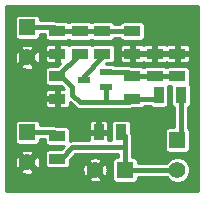
<source format=gtl>
G04 (created by PCBNEW-RS274X (2010-00-09 BZR 23xx)-stable) date 2010年12月20日 12時34分29秒*
G01*
G70*
G90*
%MOIN*%
G04 Gerber Fmt 3.4, Leading zero omitted, Abs format*
%FSLAX34Y34*%
G04 APERTURE LIST*
%ADD10C,0.006000*%
%ADD11R,0.055000X0.055000*%
%ADD12C,0.055000*%
%ADD13R,0.055000X0.035000*%
%ADD14R,0.035000X0.055000*%
%ADD15R,0.039400X0.023600*%
%ADD16C,0.017000*%
%ADD17C,0.010000*%
G04 APERTURE END LIST*
G54D10*
G54D11*
X89250Y-61500D03*
G54D12*
X88250Y-61500D03*
G54D11*
X86000Y-60250D03*
G54D12*
X86000Y-61250D03*
G54D11*
X86000Y-56750D03*
G54D12*
X86000Y-57750D03*
G54D11*
X91000Y-60500D03*
G54D12*
X91000Y-61500D03*
G54D13*
X87000Y-61125D03*
X87000Y-60375D03*
X90250Y-58375D03*
X90250Y-57625D03*
X88500Y-56875D03*
X88500Y-57625D03*
G54D14*
X90375Y-59000D03*
X91125Y-59000D03*
G54D13*
X87000Y-58375D03*
X87000Y-59125D03*
X87750Y-56875D03*
X87750Y-57625D03*
G54D14*
X89125Y-60250D03*
X88375Y-60250D03*
G54D13*
X91000Y-58375D03*
X91000Y-57625D03*
X89500Y-59125D03*
X89500Y-58375D03*
X89500Y-56875D03*
X89500Y-57625D03*
X87000Y-56875D03*
X87000Y-57625D03*
G54D15*
X88624Y-58244D03*
X88624Y-58756D03*
X87876Y-58500D03*
G54D16*
X88500Y-57625D02*
X88500Y-57750D01*
X87876Y-58374D02*
X87876Y-58500D01*
X88500Y-57750D02*
X87876Y-58374D01*
X91125Y-59000D02*
X91125Y-60375D01*
X91125Y-60375D02*
X91000Y-60500D01*
X87750Y-57625D02*
X87000Y-58375D01*
X89500Y-59125D02*
X90250Y-59125D01*
X90250Y-59125D02*
X90375Y-59000D01*
X88624Y-58756D02*
X88624Y-59250D01*
X88624Y-59250D02*
X88500Y-59250D01*
X87000Y-58375D02*
X87125Y-58375D01*
X89375Y-59250D02*
X89500Y-59125D01*
X87750Y-59250D02*
X88500Y-59250D01*
X88500Y-59250D02*
X89375Y-59250D01*
X87500Y-59000D02*
X87750Y-59250D01*
X87500Y-58750D02*
X87500Y-59000D01*
X87125Y-58375D02*
X87500Y-58750D01*
X90250Y-58375D02*
X91000Y-58375D01*
X89500Y-58375D02*
X90250Y-58375D01*
X88624Y-58244D02*
X89369Y-58244D01*
X89369Y-58244D02*
X89500Y-58375D01*
X87000Y-61125D02*
X87125Y-61125D01*
X87500Y-60750D02*
X89250Y-60750D01*
X87125Y-61125D02*
X87500Y-60750D01*
X89250Y-61500D02*
X89250Y-60750D01*
X89250Y-60750D02*
X89250Y-60375D01*
X89250Y-60375D02*
X89125Y-60250D01*
X91000Y-61500D02*
X89250Y-61500D01*
X88500Y-56875D02*
X89500Y-56875D01*
X87750Y-56875D02*
X88500Y-56875D01*
X87000Y-56875D02*
X87750Y-56875D01*
X86000Y-56750D02*
X86875Y-56750D01*
X86875Y-56750D02*
X87000Y-56875D01*
X86000Y-60250D02*
X86875Y-60250D01*
X86875Y-60250D02*
X87000Y-60375D01*
G54D17*
X85300Y-56050D02*
X91700Y-56050D01*
X85300Y-56130D02*
X91700Y-56130D01*
X85300Y-56210D02*
X91700Y-56210D01*
X85300Y-56290D02*
X91700Y-56290D01*
X85300Y-56370D02*
X85619Y-56370D01*
X86381Y-56370D02*
X91700Y-56370D01*
X85300Y-56450D02*
X85576Y-56450D01*
X86424Y-56450D02*
X91700Y-56450D01*
X85300Y-56530D02*
X85576Y-56530D01*
X86950Y-56530D02*
X91700Y-56530D01*
X85300Y-56610D02*
X85576Y-56610D01*
X88896Y-56610D02*
X89104Y-56610D01*
X89896Y-56610D02*
X91700Y-56610D01*
X85300Y-56690D02*
X85576Y-56690D01*
X89924Y-56690D02*
X91700Y-56690D01*
X85300Y-56770D02*
X85576Y-56770D01*
X89924Y-56770D02*
X91700Y-56770D01*
X85300Y-56850D02*
X85576Y-56850D01*
X89924Y-56850D02*
X91700Y-56850D01*
X85300Y-56930D02*
X85576Y-56930D01*
X89924Y-56930D02*
X91700Y-56930D01*
X85300Y-57010D02*
X85576Y-57010D01*
X86424Y-57010D02*
X86576Y-57010D01*
X89924Y-57010D02*
X91700Y-57010D01*
X85300Y-57090D02*
X85590Y-57090D01*
X86409Y-57090D02*
X86580Y-57090D01*
X89919Y-57090D02*
X91700Y-57090D01*
X85300Y-57170D02*
X85686Y-57170D01*
X86314Y-57170D02*
X86634Y-57170D01*
X87365Y-57170D02*
X87384Y-57170D01*
X88115Y-57170D02*
X88134Y-57170D01*
X88866Y-57170D02*
X89134Y-57170D01*
X89866Y-57170D02*
X91700Y-57170D01*
X85300Y-57250D02*
X91700Y-57250D01*
X85300Y-57330D02*
X86025Y-57330D01*
X86057Y-57330D02*
X86634Y-57330D01*
X86943Y-57330D02*
X87057Y-57330D01*
X87366Y-57330D02*
X87384Y-57330D01*
X88116Y-57330D02*
X88134Y-57330D01*
X88866Y-57330D02*
X89134Y-57330D01*
X89443Y-57330D02*
X89557Y-57330D01*
X89866Y-57330D02*
X89884Y-57330D01*
X90193Y-57330D02*
X90307Y-57330D01*
X90616Y-57330D02*
X90634Y-57330D01*
X90943Y-57330D02*
X91057Y-57330D01*
X91366Y-57330D02*
X91700Y-57330D01*
X85300Y-57410D02*
X85779Y-57410D01*
X86222Y-57410D02*
X86581Y-57410D01*
X86950Y-57410D02*
X87050Y-57410D01*
X88920Y-57410D02*
X89081Y-57410D01*
X89450Y-57410D02*
X89550Y-57410D01*
X90200Y-57410D02*
X90300Y-57410D01*
X90950Y-57410D02*
X91050Y-57410D01*
X91420Y-57410D02*
X91700Y-57410D01*
X85300Y-57490D02*
X85811Y-57490D01*
X86189Y-57490D02*
X86576Y-57490D01*
X86950Y-57490D02*
X87050Y-57490D01*
X88924Y-57490D02*
X89076Y-57490D01*
X89450Y-57490D02*
X89550Y-57490D01*
X90200Y-57490D02*
X90300Y-57490D01*
X90950Y-57490D02*
X91050Y-57490D01*
X91425Y-57490D02*
X91700Y-57490D01*
X85300Y-57570D02*
X85620Y-57570D01*
X85749Y-57570D02*
X85891Y-57570D01*
X86109Y-57570D02*
X86251Y-57570D01*
X86383Y-57570D02*
X86607Y-57570D01*
X86950Y-57570D02*
X87050Y-57570D01*
X88924Y-57570D02*
X89107Y-57570D01*
X89450Y-57570D02*
X89550Y-57570D01*
X90200Y-57570D02*
X90300Y-57570D01*
X90950Y-57570D02*
X91050Y-57570D01*
X91393Y-57570D02*
X91700Y-57570D01*
X85300Y-57650D02*
X85595Y-57650D01*
X85829Y-57650D02*
X85971Y-57650D01*
X86029Y-57650D02*
X86171Y-57650D01*
X86411Y-57650D02*
X87050Y-57650D01*
X88924Y-57650D02*
X91700Y-57650D01*
X85300Y-57730D02*
X85580Y-57730D01*
X85909Y-57730D02*
X86091Y-57730D01*
X86417Y-57730D02*
X86575Y-57730D01*
X86950Y-57730D02*
X87050Y-57730D01*
X88924Y-57730D02*
X89075Y-57730D01*
X89450Y-57730D02*
X89550Y-57730D01*
X90200Y-57730D02*
X90300Y-57730D01*
X90950Y-57730D02*
X91050Y-57730D01*
X91424Y-57730D02*
X91700Y-57730D01*
X85300Y-57810D02*
X85586Y-57810D01*
X85869Y-57810D02*
X86131Y-57810D01*
X86418Y-57810D02*
X86575Y-57810D01*
X86950Y-57810D02*
X87050Y-57810D01*
X88924Y-57810D02*
X89075Y-57810D01*
X89450Y-57810D02*
X89550Y-57810D01*
X90200Y-57810D02*
X90300Y-57810D01*
X90950Y-57810D02*
X91050Y-57810D01*
X91424Y-57810D02*
X91700Y-57810D01*
X85300Y-57890D02*
X85601Y-57890D01*
X85789Y-57890D02*
X85931Y-57890D01*
X86069Y-57890D02*
X86211Y-57890D01*
X86392Y-57890D02*
X86604Y-57890D01*
X86950Y-57890D02*
X87050Y-57890D01*
X88896Y-57890D02*
X89104Y-57890D01*
X89450Y-57890D02*
X89550Y-57890D01*
X90200Y-57890D02*
X90300Y-57890D01*
X90950Y-57890D02*
X91050Y-57890D01*
X91396Y-57890D02*
X91700Y-57890D01*
X85300Y-57970D02*
X85656Y-57970D01*
X85709Y-57970D02*
X85851Y-57970D01*
X86149Y-57970D02*
X86291Y-57970D01*
X86343Y-57970D02*
X87072Y-57970D01*
X88612Y-57970D02*
X91700Y-57970D01*
X85300Y-58050D02*
X85771Y-58050D01*
X86229Y-58050D02*
X86992Y-58050D01*
X89493Y-58050D02*
X91700Y-58050D01*
X85300Y-58130D02*
X85819Y-58130D01*
X86185Y-58130D02*
X86593Y-58130D01*
X91408Y-58130D02*
X91700Y-58130D01*
X85300Y-58210D02*
X86576Y-58210D01*
X91424Y-58210D02*
X91700Y-58210D01*
X85300Y-58290D02*
X86576Y-58290D01*
X91424Y-58290D02*
X91700Y-58290D01*
X85300Y-58370D02*
X86576Y-58370D01*
X91424Y-58370D02*
X91700Y-58370D01*
X85300Y-58450D02*
X86576Y-58450D01*
X91424Y-58450D02*
X91700Y-58450D01*
X85300Y-58530D02*
X86576Y-58530D01*
X91424Y-58530D02*
X91700Y-58530D01*
X85300Y-58610D02*
X86588Y-58610D01*
X91411Y-58610D02*
X91700Y-58610D01*
X85300Y-58690D02*
X86673Y-58690D01*
X91447Y-58690D02*
X91700Y-58690D01*
X85300Y-58770D02*
X87187Y-58770D01*
X90699Y-58770D02*
X90801Y-58770D01*
X91449Y-58770D02*
X91700Y-58770D01*
X85300Y-58850D02*
X86614Y-58850D01*
X86950Y-58850D02*
X87050Y-58850D01*
X90699Y-58850D02*
X90801Y-58850D01*
X91449Y-58850D02*
X91700Y-58850D01*
X85300Y-58930D02*
X86576Y-58930D01*
X86950Y-58930D02*
X87050Y-58930D01*
X90699Y-58930D02*
X90801Y-58930D01*
X91449Y-58930D02*
X91700Y-58930D01*
X85300Y-59010D02*
X86576Y-59010D01*
X86950Y-59010D02*
X87050Y-59010D01*
X90699Y-59010D02*
X90801Y-59010D01*
X91449Y-59010D02*
X91700Y-59010D01*
X85300Y-59090D02*
X87050Y-59090D01*
X90699Y-59090D02*
X90801Y-59090D01*
X91449Y-59090D02*
X91700Y-59090D01*
X85300Y-59170D02*
X87050Y-59170D01*
X90699Y-59170D02*
X90801Y-59170D01*
X91449Y-59170D02*
X91700Y-59170D01*
X85300Y-59250D02*
X86575Y-59250D01*
X86950Y-59250D02*
X87050Y-59250D01*
X90699Y-59250D02*
X90801Y-59250D01*
X91449Y-59250D02*
X91700Y-59250D01*
X85300Y-59330D02*
X86576Y-59330D01*
X86950Y-59330D02*
X87050Y-59330D01*
X87424Y-59330D02*
X87497Y-59330D01*
X90688Y-59330D02*
X90811Y-59330D01*
X91438Y-59330D02*
X91700Y-59330D01*
X85300Y-59410D02*
X86624Y-59410D01*
X86950Y-59410D02*
X87050Y-59410D01*
X87376Y-59410D02*
X87577Y-59410D01*
X89876Y-59410D02*
X90136Y-59410D01*
X90613Y-59410D02*
X90887Y-59410D01*
X91362Y-59410D02*
X91700Y-59410D01*
X85300Y-59490D02*
X90890Y-59490D01*
X91360Y-59490D02*
X91700Y-59490D01*
X85300Y-59570D02*
X90890Y-59570D01*
X91360Y-59570D02*
X91700Y-59570D01*
X85300Y-59650D02*
X90890Y-59650D01*
X91360Y-59650D02*
X91700Y-59650D01*
X85300Y-59730D02*
X90890Y-59730D01*
X91360Y-59730D02*
X91700Y-59730D01*
X85300Y-59810D02*
X90890Y-59810D01*
X91360Y-59810D02*
X91700Y-59810D01*
X85300Y-59890D02*
X85599Y-59890D01*
X86401Y-59890D02*
X88074Y-59890D01*
X88325Y-59890D02*
X88425Y-59890D01*
X88676Y-59890D02*
X88824Y-59890D01*
X89426Y-59890D02*
X90890Y-59890D01*
X91360Y-59890D02*
X91700Y-59890D01*
X85300Y-59970D02*
X85576Y-59970D01*
X86424Y-59970D02*
X88051Y-59970D01*
X88325Y-59970D02*
X88425Y-59970D01*
X88699Y-59970D02*
X88801Y-59970D01*
X89449Y-59970D02*
X90890Y-59970D01*
X91360Y-59970D02*
X91700Y-59970D01*
X85300Y-60050D02*
X85576Y-60050D01*
X86990Y-60050D02*
X88051Y-60050D01*
X88325Y-60050D02*
X88425Y-60050D01*
X88700Y-60050D02*
X88801Y-60050D01*
X89449Y-60050D02*
X90890Y-60050D01*
X91360Y-60050D02*
X91700Y-60050D01*
X85300Y-60130D02*
X85576Y-60130D01*
X87408Y-60130D02*
X88051Y-60130D01*
X88325Y-60130D02*
X88425Y-60130D01*
X88700Y-60130D02*
X88801Y-60130D01*
X89449Y-60130D02*
X90609Y-60130D01*
X91391Y-60130D02*
X91700Y-60130D01*
X85300Y-60210D02*
X85576Y-60210D01*
X87424Y-60210D02*
X88801Y-60210D01*
X89449Y-60210D02*
X90576Y-60210D01*
X91424Y-60210D02*
X91700Y-60210D01*
X85300Y-60290D02*
X85576Y-60290D01*
X87424Y-60290D02*
X88801Y-60290D01*
X89468Y-60290D02*
X90576Y-60290D01*
X91424Y-60290D02*
X91700Y-60290D01*
X85300Y-60370D02*
X85576Y-60370D01*
X87424Y-60370D02*
X88050Y-60370D01*
X88699Y-60370D02*
X88801Y-60370D01*
X89484Y-60370D02*
X90576Y-60370D01*
X91424Y-60370D02*
X91700Y-60370D01*
X85300Y-60450D02*
X85576Y-60450D01*
X87424Y-60450D02*
X88050Y-60450D01*
X88699Y-60450D02*
X88801Y-60450D01*
X89485Y-60450D02*
X90576Y-60450D01*
X91424Y-60450D02*
X91700Y-60450D01*
X85300Y-60530D02*
X85576Y-60530D01*
X86424Y-60530D02*
X86576Y-60530D01*
X89485Y-60530D02*
X90576Y-60530D01*
X91424Y-60530D02*
X91700Y-60530D01*
X85300Y-60610D02*
X85599Y-60610D01*
X86401Y-60610D02*
X86588Y-60610D01*
X89485Y-60610D02*
X90576Y-60610D01*
X91424Y-60610D02*
X91700Y-60610D01*
X85300Y-60690D02*
X86673Y-60690D01*
X89485Y-60690D02*
X90576Y-60690D01*
X91424Y-60690D02*
X91700Y-60690D01*
X85300Y-60770D02*
X87147Y-60770D01*
X89485Y-60770D02*
X90576Y-60770D01*
X91424Y-60770D02*
X91700Y-60770D01*
X85300Y-60850D02*
X85863Y-60850D01*
X86119Y-60850D02*
X86614Y-60850D01*
X89485Y-60850D02*
X90594Y-60850D01*
X91405Y-60850D02*
X91700Y-60850D01*
X85300Y-60930D02*
X85770Y-60930D01*
X86231Y-60930D02*
X86576Y-60930D01*
X89485Y-60930D02*
X91700Y-60930D01*
X85300Y-61010D02*
X85831Y-61010D01*
X86169Y-61010D02*
X86576Y-61010D01*
X87572Y-61010D02*
X89015Y-61010D01*
X89485Y-61010D02*
X91700Y-61010D01*
X85300Y-61090D02*
X85614Y-61090D01*
X85769Y-61090D02*
X85911Y-61090D01*
X86089Y-61090D02*
X86231Y-61090D01*
X86391Y-61090D02*
X86576Y-61090D01*
X87492Y-61090D02*
X88148Y-61090D01*
X88338Y-61090D02*
X88912Y-61090D01*
X89589Y-61090D02*
X90880Y-61090D01*
X91121Y-61090D02*
X91700Y-61090D01*
X85300Y-61170D02*
X85588Y-61170D01*
X85849Y-61170D02*
X85991Y-61170D01*
X86009Y-61170D02*
X86151Y-61170D01*
X86412Y-61170D02*
X86576Y-61170D01*
X87424Y-61170D02*
X88025Y-61170D01*
X88476Y-61170D02*
X88837Y-61170D01*
X89664Y-61170D02*
X90729Y-61170D01*
X91271Y-61170D02*
X91700Y-61170D01*
X85300Y-61250D02*
X85581Y-61250D01*
X85929Y-61250D02*
X86071Y-61250D01*
X86419Y-61250D02*
X86576Y-61250D01*
X87424Y-61250D02*
X88071Y-61250D01*
X88429Y-61250D02*
X88826Y-61250D01*
X89674Y-61250D02*
X90649Y-61250D01*
X91351Y-61250D02*
X91700Y-61250D01*
X85300Y-61330D02*
X85588Y-61330D01*
X85849Y-61330D02*
X85991Y-61330D01*
X86009Y-61330D02*
X86151Y-61330D01*
X86412Y-61330D02*
X86576Y-61330D01*
X87423Y-61330D02*
X87867Y-61330D01*
X88009Y-61330D02*
X88151Y-61330D01*
X88349Y-61330D02*
X88491Y-61330D01*
X88637Y-61330D02*
X88826Y-61330D01*
X91390Y-61330D02*
X91700Y-61330D01*
X85300Y-61410D02*
X85609Y-61410D01*
X85769Y-61410D02*
X85911Y-61410D01*
X86089Y-61410D02*
X86231Y-61410D01*
X86386Y-61410D02*
X86624Y-61410D01*
X87376Y-61410D02*
X87841Y-61410D01*
X88089Y-61410D02*
X88231Y-61410D01*
X88269Y-61410D02*
X88411Y-61410D01*
X88661Y-61410D02*
X88826Y-61410D01*
X91423Y-61410D02*
X91700Y-61410D01*
X85300Y-61490D02*
X85831Y-61490D01*
X86169Y-61490D02*
X87831Y-61490D01*
X88169Y-61490D02*
X88331Y-61490D01*
X88668Y-61490D02*
X88826Y-61490D01*
X91425Y-61490D02*
X91700Y-61490D01*
X85300Y-61570D02*
X85769Y-61570D01*
X86230Y-61570D02*
X87837Y-61570D01*
X88109Y-61570D02*
X88391Y-61570D01*
X88665Y-61570D02*
X88826Y-61570D01*
X91425Y-61570D02*
X91700Y-61570D01*
X85300Y-61650D02*
X85881Y-61650D01*
X86137Y-61650D02*
X87855Y-61650D01*
X88029Y-61650D02*
X88171Y-61650D01*
X88329Y-61650D02*
X88471Y-61650D01*
X88639Y-61650D02*
X88826Y-61650D01*
X91397Y-61650D02*
X91700Y-61650D01*
X85300Y-61730D02*
X87929Y-61730D01*
X87949Y-61730D02*
X88091Y-61730D01*
X88409Y-61730D02*
X88551Y-61730D01*
X88570Y-61730D02*
X88826Y-61730D01*
X91364Y-61730D02*
X91700Y-61730D01*
X85300Y-61810D02*
X88015Y-61810D01*
X88484Y-61810D02*
X88828Y-61810D01*
X89671Y-61810D02*
X90709Y-61810D01*
X91291Y-61810D02*
X91700Y-61810D01*
X85300Y-61890D02*
X88100Y-61890D01*
X88411Y-61890D02*
X88879Y-61890D01*
X89621Y-61890D02*
X90831Y-61890D01*
X91169Y-61890D02*
X91700Y-61890D01*
X85300Y-61970D02*
X91700Y-61970D01*
X85300Y-62050D02*
X91700Y-62050D01*
X85300Y-62130D02*
X91700Y-62130D01*
X91700Y-62200D02*
X91700Y-56050D01*
X85300Y-56050D01*
X85300Y-62200D01*
X85693Y-62200D01*
X85693Y-61486D01*
X85629Y-61458D01*
X85591Y-61365D01*
X85578Y-61200D01*
X85629Y-61042D01*
X85693Y-61014D01*
X85929Y-61250D01*
X85693Y-61486D01*
X85693Y-62200D01*
X85950Y-62200D01*
X85950Y-61672D01*
X85792Y-61621D01*
X85764Y-61557D01*
X86000Y-61321D01*
X86000Y-61179D01*
X85764Y-60943D01*
X85792Y-60879D01*
X85885Y-60841D01*
X86050Y-60828D01*
X86208Y-60879D01*
X86236Y-60943D01*
X86000Y-61179D01*
X86000Y-61321D01*
X86236Y-61557D01*
X86208Y-61621D01*
X86115Y-61659D01*
X85950Y-61672D01*
X85950Y-62200D01*
X86307Y-62200D01*
X86307Y-61486D01*
X86071Y-61250D01*
X86307Y-61014D01*
X86371Y-61042D01*
X86409Y-61135D01*
X86422Y-61300D01*
X86371Y-61458D01*
X86307Y-61486D01*
X86307Y-62200D01*
X87943Y-62200D01*
X87943Y-61736D01*
X87879Y-61708D01*
X87841Y-61615D01*
X87828Y-61450D01*
X87879Y-61292D01*
X87943Y-61264D01*
X88179Y-61500D01*
X87943Y-61736D01*
X87943Y-62200D01*
X88200Y-62200D01*
X88200Y-61922D01*
X88042Y-61871D01*
X88014Y-61807D01*
X88250Y-61571D01*
X88250Y-61429D01*
X88014Y-61193D01*
X88042Y-61129D01*
X88135Y-61091D01*
X88300Y-61078D01*
X88458Y-61129D01*
X88486Y-61193D01*
X88250Y-61429D01*
X88250Y-61571D01*
X88486Y-61807D01*
X88458Y-61871D01*
X88365Y-61909D01*
X88200Y-61922D01*
X88200Y-62200D01*
X88557Y-62200D01*
X88557Y-61736D01*
X88321Y-61500D01*
X88557Y-61264D01*
X88621Y-61292D01*
X88659Y-61385D01*
X88672Y-61550D01*
X88621Y-61708D01*
X88557Y-61736D01*
X88557Y-62200D01*
X90915Y-62200D01*
X90915Y-61925D01*
X90759Y-61860D01*
X90639Y-61740D01*
X90636Y-61735D01*
X89674Y-61735D01*
X89674Y-61804D01*
X89652Y-61859D01*
X89610Y-61901D01*
X89555Y-61924D01*
X88946Y-61924D01*
X88891Y-61902D01*
X88849Y-61860D01*
X88826Y-61805D01*
X88826Y-61196D01*
X88848Y-61141D01*
X88890Y-61099D01*
X88945Y-61076D01*
X89015Y-61076D01*
X89015Y-60985D01*
X87597Y-60985D01*
X87424Y-61158D01*
X87424Y-61329D01*
X87402Y-61384D01*
X87360Y-61426D01*
X87305Y-61449D01*
X86696Y-61449D01*
X86641Y-61427D01*
X86599Y-61385D01*
X86576Y-61330D01*
X86576Y-60921D01*
X86598Y-60866D01*
X86640Y-60824D01*
X86695Y-60801D01*
X87116Y-60801D01*
X87218Y-60699D01*
X86696Y-60699D01*
X86641Y-60677D01*
X86599Y-60635D01*
X86576Y-60580D01*
X86576Y-60485D01*
X86424Y-60485D01*
X86424Y-60554D01*
X86402Y-60609D01*
X86360Y-60651D01*
X86305Y-60674D01*
X85696Y-60674D01*
X85641Y-60652D01*
X85599Y-60610D01*
X85576Y-60555D01*
X85576Y-59946D01*
X85598Y-59891D01*
X85640Y-59849D01*
X85693Y-59826D01*
X85693Y-57986D01*
X85629Y-57958D01*
X85591Y-57865D01*
X85578Y-57700D01*
X85629Y-57542D01*
X85693Y-57514D01*
X85929Y-57750D01*
X85693Y-57986D01*
X85693Y-59826D01*
X85950Y-59826D01*
X85950Y-58172D01*
X85792Y-58121D01*
X85764Y-58057D01*
X86000Y-57821D01*
X86000Y-57679D01*
X85764Y-57443D01*
X85792Y-57379D01*
X85885Y-57341D01*
X86050Y-57328D01*
X86208Y-57379D01*
X86236Y-57443D01*
X86000Y-57679D01*
X86000Y-57821D01*
X86236Y-58057D01*
X86208Y-58121D01*
X86115Y-58159D01*
X85950Y-58172D01*
X85950Y-59826D01*
X86304Y-59826D01*
X86307Y-59827D01*
X86307Y-57986D01*
X86071Y-57750D01*
X86307Y-57514D01*
X86371Y-57542D01*
X86409Y-57635D01*
X86422Y-57800D01*
X86371Y-57958D01*
X86307Y-57986D01*
X86307Y-59827D01*
X86359Y-59848D01*
X86401Y-59890D01*
X86424Y-59945D01*
X86424Y-60015D01*
X86875Y-60015D01*
X86913Y-60022D01*
X86913Y-59450D01*
X86755Y-59449D01*
X86696Y-59449D01*
X86641Y-59427D01*
X86599Y-59385D01*
X86576Y-59330D01*
X86575Y-59212D01*
X86612Y-59175D01*
X86612Y-59075D01*
X86575Y-59038D01*
X86576Y-58920D01*
X86599Y-58865D01*
X86641Y-58823D01*
X86696Y-58801D01*
X86755Y-58801D01*
X86913Y-58800D01*
X86950Y-58837D01*
X86950Y-59075D01*
X86612Y-59075D01*
X86612Y-59175D01*
X86950Y-59175D01*
X86950Y-59413D01*
X86913Y-59450D01*
X86913Y-60022D01*
X86965Y-60033D01*
X86991Y-60051D01*
X87304Y-60051D01*
X87359Y-60073D01*
X87401Y-60115D01*
X87424Y-60170D01*
X87424Y-60530D01*
X87500Y-60515D01*
X88051Y-60515D01*
X88051Y-60495D01*
X88050Y-60337D01*
X88087Y-60300D01*
X88087Y-60200D01*
X88050Y-60163D01*
X88051Y-60005D01*
X88051Y-59946D01*
X88073Y-59891D01*
X88115Y-59849D01*
X88170Y-59826D01*
X88288Y-59825D01*
X88325Y-59862D01*
X88325Y-60200D01*
X88087Y-60200D01*
X88087Y-60300D01*
X88325Y-60300D01*
X88425Y-60300D01*
X88425Y-60200D01*
X88425Y-59862D01*
X88462Y-59825D01*
X88580Y-59826D01*
X88635Y-59849D01*
X88677Y-59891D01*
X88699Y-59946D01*
X88699Y-60005D01*
X88700Y-60163D01*
X88663Y-60200D01*
X88425Y-60200D01*
X88425Y-60300D01*
X88663Y-60300D01*
X88700Y-60337D01*
X88699Y-60495D01*
X88699Y-60515D01*
X88801Y-60515D01*
X88801Y-59946D01*
X88823Y-59891D01*
X88865Y-59849D01*
X88920Y-59826D01*
X89329Y-59826D01*
X89384Y-59848D01*
X89426Y-59890D01*
X89449Y-59945D01*
X89449Y-60257D01*
X89467Y-60285D01*
X89485Y-60375D01*
X89485Y-61076D01*
X89554Y-61076D01*
X89609Y-61098D01*
X89651Y-61140D01*
X89674Y-61195D01*
X89674Y-61265D01*
X90637Y-61265D01*
X90640Y-61259D01*
X90696Y-61203D01*
X90696Y-60924D01*
X90641Y-60902D01*
X90599Y-60860D01*
X90576Y-60805D01*
X90576Y-60196D01*
X90598Y-60141D01*
X90640Y-60099D01*
X90695Y-60076D01*
X90890Y-60076D01*
X90890Y-59411D01*
X90866Y-59402D01*
X90824Y-59360D01*
X90801Y-59305D01*
X90801Y-58699D01*
X90699Y-58699D01*
X90699Y-59304D01*
X90677Y-59359D01*
X90635Y-59401D01*
X90580Y-59424D01*
X90171Y-59424D01*
X90116Y-59402D01*
X90074Y-59360D01*
X89911Y-59360D01*
X89902Y-59384D01*
X89860Y-59426D01*
X89805Y-59449D01*
X89491Y-59449D01*
X89465Y-59467D01*
X89375Y-59485D01*
X87750Y-59485D01*
X87660Y-59467D01*
X87583Y-59416D01*
X87424Y-59256D01*
X87424Y-59330D01*
X87401Y-59385D01*
X87359Y-59427D01*
X87304Y-59449D01*
X87245Y-59449D01*
X87087Y-59450D01*
X87050Y-59413D01*
X87050Y-59175D01*
X87050Y-59075D01*
X87050Y-58837D01*
X87087Y-58800D01*
X87218Y-58800D01*
X87116Y-58699D01*
X86696Y-58699D01*
X86641Y-58677D01*
X86599Y-58635D01*
X86576Y-58580D01*
X86576Y-58171D01*
X86598Y-58116D01*
X86640Y-58074D01*
X86695Y-58051D01*
X86913Y-58051D01*
X86913Y-57950D01*
X86755Y-57949D01*
X86696Y-57949D01*
X86641Y-57927D01*
X86599Y-57885D01*
X86576Y-57830D01*
X86575Y-57712D01*
X86612Y-57675D01*
X86612Y-57575D01*
X86575Y-57538D01*
X86576Y-57420D01*
X86599Y-57365D01*
X86641Y-57323D01*
X86696Y-57301D01*
X86755Y-57301D01*
X86913Y-57300D01*
X86950Y-57337D01*
X86950Y-57575D01*
X86612Y-57575D01*
X86612Y-57675D01*
X86950Y-57675D01*
X86950Y-57913D01*
X86913Y-57950D01*
X86913Y-58051D01*
X86991Y-58051D01*
X87092Y-57949D01*
X87087Y-57950D01*
X87050Y-57913D01*
X87050Y-57675D01*
X87050Y-57575D01*
X87050Y-57337D01*
X87087Y-57300D01*
X87245Y-57301D01*
X87304Y-57301D01*
X87359Y-57323D01*
X87374Y-57338D01*
X87390Y-57324D01*
X87445Y-57301D01*
X88054Y-57301D01*
X88109Y-57323D01*
X88124Y-57338D01*
X88140Y-57324D01*
X88195Y-57301D01*
X88804Y-57301D01*
X88859Y-57323D01*
X88901Y-57365D01*
X88924Y-57420D01*
X88924Y-57829D01*
X88902Y-57884D01*
X88860Y-57926D01*
X88805Y-57949D01*
X88633Y-57949D01*
X88605Y-57977D01*
X88850Y-57977D01*
X88905Y-57999D01*
X88915Y-58009D01*
X89369Y-58009D01*
X89413Y-58017D01*
X89413Y-57950D01*
X89255Y-57949D01*
X89196Y-57949D01*
X89141Y-57927D01*
X89099Y-57885D01*
X89076Y-57830D01*
X89075Y-57712D01*
X89112Y-57675D01*
X89196Y-57675D01*
X89196Y-57575D01*
X89112Y-57575D01*
X89075Y-57538D01*
X89076Y-57420D01*
X89099Y-57365D01*
X89141Y-57323D01*
X89196Y-57301D01*
X89196Y-57199D01*
X89141Y-57177D01*
X89099Y-57135D01*
X89088Y-57110D01*
X88911Y-57110D01*
X88902Y-57134D01*
X88860Y-57176D01*
X88805Y-57199D01*
X88196Y-57199D01*
X88141Y-57177D01*
X88124Y-57160D01*
X88110Y-57176D01*
X88055Y-57199D01*
X87446Y-57199D01*
X87391Y-57177D01*
X87374Y-57160D01*
X87360Y-57176D01*
X87305Y-57199D01*
X86696Y-57199D01*
X86641Y-57177D01*
X86599Y-57135D01*
X86576Y-57080D01*
X86576Y-56985D01*
X86424Y-56985D01*
X86424Y-57054D01*
X86402Y-57109D01*
X86360Y-57151D01*
X86305Y-57174D01*
X85696Y-57174D01*
X85641Y-57152D01*
X85599Y-57110D01*
X85576Y-57055D01*
X85576Y-56446D01*
X85598Y-56391D01*
X85640Y-56349D01*
X85695Y-56326D01*
X86304Y-56326D01*
X86359Y-56348D01*
X86401Y-56390D01*
X86424Y-56445D01*
X86424Y-56515D01*
X86875Y-56515D01*
X86965Y-56533D01*
X86991Y-56551D01*
X87304Y-56551D01*
X87359Y-56573D01*
X87374Y-56588D01*
X87390Y-56574D01*
X87445Y-56551D01*
X88054Y-56551D01*
X88109Y-56573D01*
X88124Y-56588D01*
X88140Y-56574D01*
X88195Y-56551D01*
X88804Y-56551D01*
X88859Y-56573D01*
X88901Y-56615D01*
X88911Y-56640D01*
X89088Y-56640D01*
X89098Y-56616D01*
X89140Y-56574D01*
X89195Y-56551D01*
X89804Y-56551D01*
X89859Y-56573D01*
X89901Y-56615D01*
X89924Y-56670D01*
X89924Y-57079D01*
X89902Y-57134D01*
X89860Y-57176D01*
X89805Y-57199D01*
X89196Y-57199D01*
X89196Y-57301D01*
X89255Y-57301D01*
X89413Y-57300D01*
X89450Y-57337D01*
X89450Y-57575D01*
X89196Y-57575D01*
X89196Y-57675D01*
X89450Y-57675D01*
X89450Y-57913D01*
X89413Y-57950D01*
X89413Y-58017D01*
X89459Y-58027D01*
X89494Y-58051D01*
X89804Y-58051D01*
X89859Y-58073D01*
X89874Y-58088D01*
X89890Y-58074D01*
X89945Y-58051D01*
X90163Y-58051D01*
X90163Y-57950D01*
X90005Y-57949D01*
X89946Y-57949D01*
X89891Y-57927D01*
X89874Y-57910D01*
X89859Y-57927D01*
X89804Y-57949D01*
X89745Y-57949D01*
X89587Y-57950D01*
X89550Y-57913D01*
X89550Y-57675D01*
X89888Y-57675D01*
X89888Y-57575D01*
X89550Y-57575D01*
X89550Y-57337D01*
X89587Y-57300D01*
X89745Y-57301D01*
X89804Y-57301D01*
X89859Y-57323D01*
X89874Y-57338D01*
X89891Y-57323D01*
X89946Y-57301D01*
X90005Y-57301D01*
X90163Y-57300D01*
X90200Y-57337D01*
X90200Y-57575D01*
X89888Y-57575D01*
X89888Y-57675D01*
X90200Y-57675D01*
X90200Y-57913D01*
X90163Y-57950D01*
X90163Y-58051D01*
X90554Y-58051D01*
X90609Y-58073D01*
X90624Y-58088D01*
X90640Y-58074D01*
X90695Y-58051D01*
X90913Y-58051D01*
X90913Y-57950D01*
X90755Y-57949D01*
X90696Y-57949D01*
X90641Y-57927D01*
X90624Y-57910D01*
X90609Y-57927D01*
X90554Y-57949D01*
X90495Y-57949D01*
X90337Y-57950D01*
X90300Y-57913D01*
X90300Y-57675D01*
X90638Y-57675D01*
X90638Y-57575D01*
X90300Y-57575D01*
X90300Y-57337D01*
X90337Y-57300D01*
X90495Y-57301D01*
X90554Y-57301D01*
X90609Y-57323D01*
X90624Y-57338D01*
X90641Y-57323D01*
X90696Y-57301D01*
X90755Y-57301D01*
X90913Y-57300D01*
X90950Y-57337D01*
X90950Y-57575D01*
X90638Y-57575D01*
X90638Y-57675D01*
X90950Y-57675D01*
X90950Y-57913D01*
X90913Y-57950D01*
X90913Y-58051D01*
X91087Y-58051D01*
X91087Y-57950D01*
X91050Y-57913D01*
X91050Y-57675D01*
X91050Y-57575D01*
X91050Y-57337D01*
X91087Y-57300D01*
X91245Y-57301D01*
X91304Y-57301D01*
X91359Y-57323D01*
X91401Y-57365D01*
X91424Y-57420D01*
X91425Y-57538D01*
X91388Y-57575D01*
X91050Y-57575D01*
X91050Y-57675D01*
X91388Y-57675D01*
X91425Y-57712D01*
X91424Y-57830D01*
X91401Y-57885D01*
X91359Y-57927D01*
X91304Y-57949D01*
X91245Y-57949D01*
X91087Y-57950D01*
X91087Y-58051D01*
X91304Y-58051D01*
X91359Y-58073D01*
X91401Y-58115D01*
X91424Y-58170D01*
X91424Y-58579D01*
X91407Y-58621D01*
X91426Y-58640D01*
X91449Y-58695D01*
X91449Y-59304D01*
X91427Y-59359D01*
X91385Y-59401D01*
X91360Y-59411D01*
X91360Y-60099D01*
X91401Y-60140D01*
X91424Y-60195D01*
X91424Y-60804D01*
X91402Y-60859D01*
X91360Y-60901D01*
X91305Y-60924D01*
X90696Y-60924D01*
X90696Y-61203D01*
X90760Y-61139D01*
X90916Y-61075D01*
X91085Y-61075D01*
X91241Y-61140D01*
X91361Y-61260D01*
X91425Y-61416D01*
X91425Y-61585D01*
X91360Y-61741D01*
X91240Y-61861D01*
X91084Y-61925D01*
X90915Y-61925D01*
X90915Y-62200D01*
X91700Y-62200D01*
M02*

</source>
